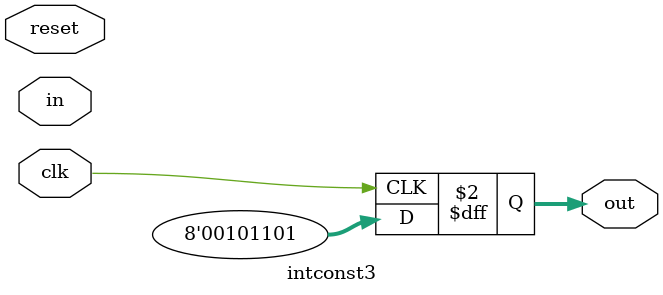
<source format=v>
module intconst3
  (input wire       reset,
   input wire       clk,
   input wire [7:0] in,
   output reg [7:0] out);

   always @(posedge clk) out <= 8'o55;

endmodule

</source>
